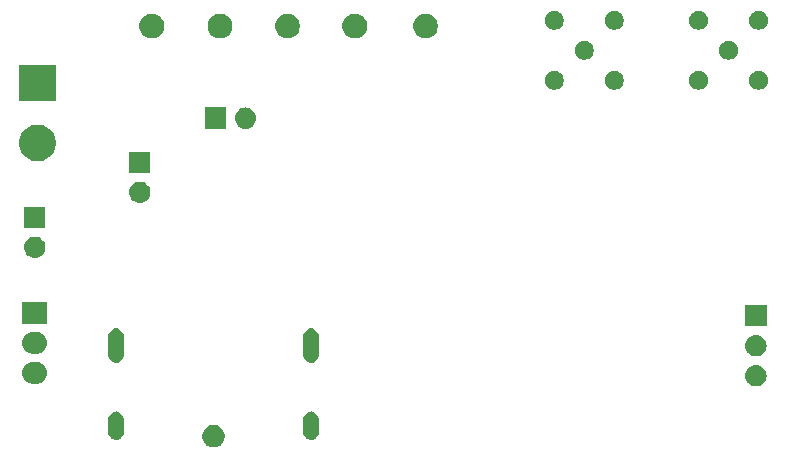
<source format=gbs>
G04 #@! TF.GenerationSoftware,KiCad,Pcbnew,(5.1.4-0-10_14)*
G04 #@! TF.CreationDate,2020-03-06T11:16:09+09:00*
G04 #@! TF.ProjectId,ReadoutBoard_v3_2,52656164-6f75-4744-926f-6172645f7633,rev?*
G04 #@! TF.SameCoordinates,Original*
G04 #@! TF.FileFunction,Soldermask,Bot*
G04 #@! TF.FilePolarity,Negative*
%FSLAX46Y46*%
G04 Gerber Fmt 4.6, Leading zero omitted, Abs format (unit mm)*
G04 Created by KiCad (PCBNEW (5.1.4-0-10_14)) date 2020-03-06 11:16:09*
%MOMM*%
%LPD*%
G04 APERTURE LIST*
%ADD10C,0.100000*%
G04 APERTURE END LIST*
D10*
G36*
X118920795Y-119795546D02*
G01*
X119093866Y-119867234D01*
X119093867Y-119867235D01*
X119249627Y-119971310D01*
X119382090Y-120103773D01*
X119382091Y-120103775D01*
X119486166Y-120259534D01*
X119557854Y-120432605D01*
X119594400Y-120616333D01*
X119594400Y-120803667D01*
X119557854Y-120987395D01*
X119486166Y-121160466D01*
X119486165Y-121160467D01*
X119382090Y-121316227D01*
X119249627Y-121448690D01*
X119171218Y-121501081D01*
X119093866Y-121552766D01*
X118920795Y-121624454D01*
X118737067Y-121661000D01*
X118549733Y-121661000D01*
X118366005Y-121624454D01*
X118192934Y-121552766D01*
X118115582Y-121501081D01*
X118037173Y-121448690D01*
X117904710Y-121316227D01*
X117800635Y-121160467D01*
X117800634Y-121160466D01*
X117728946Y-120987395D01*
X117692400Y-120803667D01*
X117692400Y-120616333D01*
X117728946Y-120432605D01*
X117800634Y-120259534D01*
X117904709Y-120103775D01*
X117904710Y-120103773D01*
X118037173Y-119971310D01*
X118192933Y-119867235D01*
X118192934Y-119867234D01*
X118366005Y-119795546D01*
X118549733Y-119759000D01*
X118737067Y-119759000D01*
X118920795Y-119795546D01*
X118920795Y-119795546D01*
G37*
G36*
X127031017Y-118618420D02*
G01*
X127121803Y-118645960D01*
X127153735Y-118655646D01*
X127266824Y-118716094D01*
X127365954Y-118797447D01*
X127447306Y-118896575D01*
X127507754Y-119009664D01*
X127517440Y-119041596D01*
X127544980Y-119132382D01*
X127554400Y-119228027D01*
X127554400Y-120391973D01*
X127544980Y-120487618D01*
X127517440Y-120578404D01*
X127507754Y-120610336D01*
X127447306Y-120723425D01*
X127365954Y-120822554D01*
X127266825Y-120903906D01*
X127153736Y-120964354D01*
X127121804Y-120974040D01*
X127031018Y-121001580D01*
X126903400Y-121014149D01*
X126775783Y-121001580D01*
X126684997Y-120974040D01*
X126653065Y-120964354D01*
X126539976Y-120903906D01*
X126440847Y-120822554D01*
X126359495Y-120723425D01*
X126299047Y-120610336D01*
X126289361Y-120578404D01*
X126261821Y-120487618D01*
X126252401Y-120391973D01*
X126252400Y-119228028D01*
X126261820Y-119132383D01*
X126299045Y-119009669D01*
X126299046Y-119009665D01*
X126359494Y-118896576D01*
X126440847Y-118797446D01*
X126539975Y-118716094D01*
X126653064Y-118655646D01*
X126684996Y-118645960D01*
X126775782Y-118618420D01*
X126903400Y-118605851D01*
X127031017Y-118618420D01*
X127031017Y-118618420D01*
G37*
G36*
X110521017Y-118618420D02*
G01*
X110611803Y-118645960D01*
X110643735Y-118655646D01*
X110756824Y-118716094D01*
X110855954Y-118797447D01*
X110937306Y-118896575D01*
X110997754Y-119009664D01*
X111007440Y-119041596D01*
X111034980Y-119132382D01*
X111044400Y-119228027D01*
X111044400Y-120391973D01*
X111034980Y-120487618D01*
X111007440Y-120578404D01*
X110997754Y-120610336D01*
X110937306Y-120723425D01*
X110855954Y-120822554D01*
X110756825Y-120903906D01*
X110643736Y-120964354D01*
X110611804Y-120974040D01*
X110521018Y-121001580D01*
X110393400Y-121014149D01*
X110265783Y-121001580D01*
X110174997Y-120974040D01*
X110143065Y-120964354D01*
X110029976Y-120903906D01*
X109930847Y-120822554D01*
X109849495Y-120723425D01*
X109789047Y-120610336D01*
X109779361Y-120578404D01*
X109751821Y-120487618D01*
X109742401Y-120391973D01*
X109742400Y-119228028D01*
X109751820Y-119132383D01*
X109789045Y-119009669D01*
X109789046Y-119009665D01*
X109849494Y-118896576D01*
X109930847Y-118797446D01*
X110029975Y-118716094D01*
X110143064Y-118655646D01*
X110174996Y-118645960D01*
X110265782Y-118618420D01*
X110393400Y-118605851D01*
X110521017Y-118618420D01*
X110521017Y-118618420D01*
G37*
G36*
X164677043Y-114700919D02*
G01*
X164743227Y-114707437D01*
X164913066Y-114758957D01*
X165069591Y-114842622D01*
X165105329Y-114871952D01*
X165206786Y-114955214D01*
X165290048Y-115056671D01*
X165319378Y-115092409D01*
X165403043Y-115248934D01*
X165454563Y-115418773D01*
X165471959Y-115595400D01*
X165454563Y-115772027D01*
X165403043Y-115941866D01*
X165319378Y-116098391D01*
X165290048Y-116134129D01*
X165206786Y-116235586D01*
X165105329Y-116318848D01*
X165069591Y-116348178D01*
X164913066Y-116431843D01*
X164743227Y-116483363D01*
X164677042Y-116489882D01*
X164610860Y-116496400D01*
X164522340Y-116496400D01*
X164456158Y-116489882D01*
X164389973Y-116483363D01*
X164220134Y-116431843D01*
X164063609Y-116348178D01*
X164027871Y-116318848D01*
X163926414Y-116235586D01*
X163843152Y-116134129D01*
X163813822Y-116098391D01*
X163730157Y-115941866D01*
X163678637Y-115772027D01*
X163661241Y-115595400D01*
X163678637Y-115418773D01*
X163730157Y-115248934D01*
X163813822Y-115092409D01*
X163843152Y-115056671D01*
X163926414Y-114955214D01*
X164027871Y-114871952D01*
X164063609Y-114842622D01*
X164220134Y-114758957D01*
X164389973Y-114707437D01*
X164456157Y-114700919D01*
X164522340Y-114694400D01*
X164610860Y-114694400D01*
X164677043Y-114700919D01*
X164677043Y-114700919D01*
G37*
G36*
X103815343Y-114436761D02*
G01*
X103834568Y-114438654D01*
X104007234Y-114491032D01*
X104166365Y-114576089D01*
X104305844Y-114690556D01*
X104420311Y-114830035D01*
X104505368Y-114989166D01*
X104505368Y-114989167D01*
X104536687Y-115092409D01*
X104557746Y-115161833D01*
X104575432Y-115341400D01*
X104557746Y-115520967D01*
X104505368Y-115693634D01*
X104420311Y-115852765D01*
X104305844Y-115992244D01*
X104166365Y-116106711D01*
X104007234Y-116191768D01*
X103920900Y-116217957D01*
X103834568Y-116244146D01*
X103815343Y-116246039D01*
X103699998Y-116257400D01*
X103310002Y-116257400D01*
X103194657Y-116246039D01*
X103175432Y-116244146D01*
X103089100Y-116217957D01*
X103002766Y-116191768D01*
X102843635Y-116106711D01*
X102704156Y-115992244D01*
X102589689Y-115852765D01*
X102504632Y-115693634D01*
X102452254Y-115520967D01*
X102434568Y-115341400D01*
X102452254Y-115161833D01*
X102473314Y-115092409D01*
X102504632Y-114989167D01*
X102504632Y-114989166D01*
X102589689Y-114830035D01*
X102704156Y-114690556D01*
X102843635Y-114576089D01*
X103002766Y-114491032D01*
X103175432Y-114438654D01*
X103194657Y-114436761D01*
X103310002Y-114425400D01*
X103699998Y-114425400D01*
X103815343Y-114436761D01*
X103815343Y-114436761D01*
G37*
G36*
X127031017Y-111588420D02*
G01*
X127121803Y-111615960D01*
X127153735Y-111625646D01*
X127266824Y-111686094D01*
X127365954Y-111767447D01*
X127447306Y-111866575D01*
X127507754Y-111979664D01*
X127517440Y-112011596D01*
X127544980Y-112102382D01*
X127554400Y-112198027D01*
X127554400Y-113861973D01*
X127544980Y-113957618D01*
X127517440Y-114048404D01*
X127507754Y-114080336D01*
X127447306Y-114193425D01*
X127365954Y-114292554D01*
X127266825Y-114373906D01*
X127153736Y-114434354D01*
X127121804Y-114444040D01*
X127031018Y-114471580D01*
X126903400Y-114484149D01*
X126775783Y-114471580D01*
X126684997Y-114444040D01*
X126653065Y-114434354D01*
X126539976Y-114373906D01*
X126440847Y-114292554D01*
X126359495Y-114193425D01*
X126299047Y-114080336D01*
X126289361Y-114048404D01*
X126261821Y-113957618D01*
X126252401Y-113861973D01*
X126252400Y-112198028D01*
X126261820Y-112102383D01*
X126299045Y-111979669D01*
X126299046Y-111979665D01*
X126359494Y-111866576D01*
X126440847Y-111767446D01*
X126539975Y-111686094D01*
X126653064Y-111625646D01*
X126684996Y-111615960D01*
X126775782Y-111588420D01*
X126903400Y-111575851D01*
X127031017Y-111588420D01*
X127031017Y-111588420D01*
G37*
G36*
X110521017Y-111588420D02*
G01*
X110611803Y-111615960D01*
X110643735Y-111625646D01*
X110756824Y-111686094D01*
X110855954Y-111767447D01*
X110937306Y-111866575D01*
X110997754Y-111979664D01*
X111007440Y-112011596D01*
X111034980Y-112102382D01*
X111044400Y-112198027D01*
X111044400Y-113861973D01*
X111034980Y-113957618D01*
X111007440Y-114048404D01*
X110997754Y-114080336D01*
X110937306Y-114193425D01*
X110855954Y-114292554D01*
X110756825Y-114373906D01*
X110643736Y-114434354D01*
X110611804Y-114444040D01*
X110521018Y-114471580D01*
X110393400Y-114484149D01*
X110265783Y-114471580D01*
X110174997Y-114444040D01*
X110143065Y-114434354D01*
X110029976Y-114373906D01*
X109930847Y-114292554D01*
X109849495Y-114193425D01*
X109789047Y-114080336D01*
X109779361Y-114048404D01*
X109751821Y-113957618D01*
X109742401Y-113861973D01*
X109742400Y-112198028D01*
X109751820Y-112102383D01*
X109789045Y-111979669D01*
X109789046Y-111979665D01*
X109849494Y-111866576D01*
X109930847Y-111767446D01*
X110029975Y-111686094D01*
X110143064Y-111625646D01*
X110174996Y-111615960D01*
X110265782Y-111588420D01*
X110393400Y-111575851D01*
X110521017Y-111588420D01*
X110521017Y-111588420D01*
G37*
G36*
X164677043Y-112160919D02*
G01*
X164743227Y-112167437D01*
X164913066Y-112218957D01*
X165069591Y-112302622D01*
X165105329Y-112331952D01*
X165206786Y-112415214D01*
X165290048Y-112516671D01*
X165319378Y-112552409D01*
X165403043Y-112708934D01*
X165454563Y-112878773D01*
X165471959Y-113055400D01*
X165454563Y-113232027D01*
X165403043Y-113401866D01*
X165319378Y-113558391D01*
X165290048Y-113594129D01*
X165206786Y-113695586D01*
X165105329Y-113778848D01*
X165069591Y-113808178D01*
X164913066Y-113891843D01*
X164743227Y-113943363D01*
X164677043Y-113949881D01*
X164610860Y-113956400D01*
X164522340Y-113956400D01*
X164456157Y-113949881D01*
X164389973Y-113943363D01*
X164220134Y-113891843D01*
X164063609Y-113808178D01*
X164027871Y-113778848D01*
X163926414Y-113695586D01*
X163843152Y-113594129D01*
X163813822Y-113558391D01*
X163730157Y-113401866D01*
X163678637Y-113232027D01*
X163661241Y-113055400D01*
X163678637Y-112878773D01*
X163730157Y-112708934D01*
X163813822Y-112552409D01*
X163843152Y-112516671D01*
X163926414Y-112415214D01*
X164027871Y-112331952D01*
X164063609Y-112302622D01*
X164220134Y-112218957D01*
X164389973Y-112167437D01*
X164456157Y-112160919D01*
X164522340Y-112154400D01*
X164610860Y-112154400D01*
X164677043Y-112160919D01*
X164677043Y-112160919D01*
G37*
G36*
X103815343Y-111896761D02*
G01*
X103834568Y-111898654D01*
X104007234Y-111951032D01*
X104166365Y-112036089D01*
X104305844Y-112150556D01*
X104420311Y-112290035D01*
X104505368Y-112449166D01*
X104505368Y-112449167D01*
X104536687Y-112552409D01*
X104557746Y-112621833D01*
X104575432Y-112801400D01*
X104557746Y-112980967D01*
X104505368Y-113153634D01*
X104420311Y-113312765D01*
X104305844Y-113452244D01*
X104166365Y-113566711D01*
X104007234Y-113651768D01*
X103920900Y-113677957D01*
X103834568Y-113704146D01*
X103815343Y-113706039D01*
X103699998Y-113717400D01*
X103310002Y-113717400D01*
X103194657Y-113706039D01*
X103175432Y-113704146D01*
X103089100Y-113677957D01*
X103002766Y-113651768D01*
X102843635Y-113566711D01*
X102704156Y-113452244D01*
X102589689Y-113312765D01*
X102504632Y-113153634D01*
X102452254Y-112980967D01*
X102434568Y-112801400D01*
X102452254Y-112621833D01*
X102473314Y-112552409D01*
X102504632Y-112449167D01*
X102504632Y-112449166D01*
X102589689Y-112290035D01*
X102704156Y-112150556D01*
X102843635Y-112036089D01*
X103002766Y-111951032D01*
X103175432Y-111898654D01*
X103194657Y-111896761D01*
X103310002Y-111885400D01*
X103699998Y-111885400D01*
X103815343Y-111896761D01*
X103815343Y-111896761D01*
G37*
G36*
X165467600Y-111416400D02*
G01*
X163665600Y-111416400D01*
X163665600Y-109614400D01*
X165467600Y-109614400D01*
X165467600Y-111416400D01*
X165467600Y-111416400D01*
G37*
G36*
X104571000Y-111177400D02*
G01*
X102439000Y-111177400D01*
X102439000Y-109345400D01*
X104571000Y-109345400D01*
X104571000Y-111177400D01*
X104571000Y-111177400D01*
G37*
G36*
X103615443Y-103817019D02*
G01*
X103681627Y-103823537D01*
X103851466Y-103875057D01*
X104007991Y-103958722D01*
X104043729Y-103988052D01*
X104145186Y-104071314D01*
X104228448Y-104172771D01*
X104257778Y-104208509D01*
X104341443Y-104365034D01*
X104392963Y-104534873D01*
X104410359Y-104711500D01*
X104392963Y-104888127D01*
X104341443Y-105057966D01*
X104257778Y-105214491D01*
X104228448Y-105250229D01*
X104145186Y-105351686D01*
X104043729Y-105434948D01*
X104007991Y-105464278D01*
X103851466Y-105547943D01*
X103681627Y-105599463D01*
X103615443Y-105605981D01*
X103549260Y-105612500D01*
X103460740Y-105612500D01*
X103394557Y-105605981D01*
X103328373Y-105599463D01*
X103158534Y-105547943D01*
X103002009Y-105464278D01*
X102966271Y-105434948D01*
X102864814Y-105351686D01*
X102781552Y-105250229D01*
X102752222Y-105214491D01*
X102668557Y-105057966D01*
X102617037Y-104888127D01*
X102599641Y-104711500D01*
X102617037Y-104534873D01*
X102668557Y-104365034D01*
X102752222Y-104208509D01*
X102781552Y-104172771D01*
X102864814Y-104071314D01*
X102966271Y-103988052D01*
X103002009Y-103958722D01*
X103158534Y-103875057D01*
X103328373Y-103823537D01*
X103394558Y-103817018D01*
X103460740Y-103810500D01*
X103549260Y-103810500D01*
X103615443Y-103817019D01*
X103615443Y-103817019D01*
G37*
G36*
X104406000Y-103072500D02*
G01*
X102604000Y-103072500D01*
X102604000Y-101270500D01*
X104406000Y-101270500D01*
X104406000Y-103072500D01*
X104406000Y-103072500D01*
G37*
G36*
X112505442Y-99168818D02*
G01*
X112571627Y-99175337D01*
X112741466Y-99226857D01*
X112897991Y-99310522D01*
X112933729Y-99339852D01*
X113035186Y-99423114D01*
X113118448Y-99524571D01*
X113147778Y-99560309D01*
X113231443Y-99716834D01*
X113282963Y-99886673D01*
X113300359Y-100063300D01*
X113282963Y-100239927D01*
X113231443Y-100409766D01*
X113147778Y-100566291D01*
X113118448Y-100602029D01*
X113035186Y-100703486D01*
X112933729Y-100786748D01*
X112897991Y-100816078D01*
X112741466Y-100899743D01*
X112571627Y-100951263D01*
X112505443Y-100957781D01*
X112439260Y-100964300D01*
X112350740Y-100964300D01*
X112284557Y-100957781D01*
X112218373Y-100951263D01*
X112048534Y-100899743D01*
X111892009Y-100816078D01*
X111856271Y-100786748D01*
X111754814Y-100703486D01*
X111671552Y-100602029D01*
X111642222Y-100566291D01*
X111558557Y-100409766D01*
X111507037Y-100239927D01*
X111489641Y-100063300D01*
X111507037Y-99886673D01*
X111558557Y-99716834D01*
X111642222Y-99560309D01*
X111671552Y-99524571D01*
X111754814Y-99423114D01*
X111856271Y-99339852D01*
X111892009Y-99310522D01*
X112048534Y-99226857D01*
X112218373Y-99175337D01*
X112284557Y-99168819D01*
X112350740Y-99162300D01*
X112439260Y-99162300D01*
X112505442Y-99168818D01*
X112505442Y-99168818D01*
G37*
G36*
X113296000Y-98424300D02*
G01*
X111494000Y-98424300D01*
X111494000Y-96622300D01*
X113296000Y-96622300D01*
X113296000Y-98424300D01*
X113296000Y-98424300D01*
G37*
G36*
X104061585Y-94363802D02*
G01*
X104211410Y-94393604D01*
X104493674Y-94510521D01*
X104747705Y-94680259D01*
X104963741Y-94896295D01*
X105133479Y-95150326D01*
X105250396Y-95432590D01*
X105310000Y-95732240D01*
X105310000Y-96037760D01*
X105250396Y-96337410D01*
X105133479Y-96619674D01*
X104963741Y-96873705D01*
X104747705Y-97089741D01*
X104493674Y-97259479D01*
X104211410Y-97376396D01*
X104061585Y-97406198D01*
X103911761Y-97436000D01*
X103606239Y-97436000D01*
X103456415Y-97406198D01*
X103306590Y-97376396D01*
X103024326Y-97259479D01*
X102770295Y-97089741D01*
X102554259Y-96873705D01*
X102384521Y-96619674D01*
X102267604Y-96337410D01*
X102208000Y-96037760D01*
X102208000Y-95732240D01*
X102267604Y-95432590D01*
X102384521Y-95150326D01*
X102554259Y-94896295D01*
X102770295Y-94680259D01*
X103024326Y-94510521D01*
X103306590Y-94393604D01*
X103456415Y-94363802D01*
X103606239Y-94334000D01*
X103911761Y-94334000D01*
X104061585Y-94363802D01*
X104061585Y-94363802D01*
G37*
G36*
X121458942Y-92882318D02*
G01*
X121525127Y-92888837D01*
X121694966Y-92940357D01*
X121851491Y-93024022D01*
X121887229Y-93053352D01*
X121988686Y-93136614D01*
X122071948Y-93238071D01*
X122101278Y-93273809D01*
X122184943Y-93430334D01*
X122236463Y-93600173D01*
X122253859Y-93776800D01*
X122236463Y-93953427D01*
X122184943Y-94123266D01*
X122101278Y-94279791D01*
X122071948Y-94315529D01*
X121988686Y-94416986D01*
X121887229Y-94500248D01*
X121851491Y-94529578D01*
X121694966Y-94613243D01*
X121525127Y-94664763D01*
X121458943Y-94671281D01*
X121392760Y-94677800D01*
X121304240Y-94677800D01*
X121238057Y-94671281D01*
X121171873Y-94664763D01*
X121002034Y-94613243D01*
X120845509Y-94529578D01*
X120809771Y-94500248D01*
X120708314Y-94416986D01*
X120625052Y-94315529D01*
X120595722Y-94279791D01*
X120512057Y-94123266D01*
X120460537Y-93953427D01*
X120443141Y-93776800D01*
X120460537Y-93600173D01*
X120512057Y-93430334D01*
X120595722Y-93273809D01*
X120625052Y-93238071D01*
X120708314Y-93136614D01*
X120809771Y-93053352D01*
X120845509Y-93024022D01*
X121002034Y-92940357D01*
X121171873Y-92888837D01*
X121238058Y-92882318D01*
X121304240Y-92875800D01*
X121392760Y-92875800D01*
X121458942Y-92882318D01*
X121458942Y-92882318D01*
G37*
G36*
X119709500Y-94677800D02*
G01*
X117907500Y-94677800D01*
X117907500Y-92875800D01*
X119709500Y-92875800D01*
X119709500Y-94677800D01*
X119709500Y-94677800D01*
G37*
G36*
X105310000Y-92356000D02*
G01*
X102208000Y-92356000D01*
X102208000Y-89254000D01*
X105310000Y-89254000D01*
X105310000Y-92356000D01*
X105310000Y-92356000D01*
G37*
G36*
X159948842Y-89806181D02*
G01*
X160094614Y-89866562D01*
X160094616Y-89866563D01*
X160225808Y-89954222D01*
X160337378Y-90065792D01*
X160425037Y-90196984D01*
X160425038Y-90196986D01*
X160485419Y-90342758D01*
X160516200Y-90497507D01*
X160516200Y-90655293D01*
X160485419Y-90810042D01*
X160425038Y-90955814D01*
X160425037Y-90955816D01*
X160337378Y-91087008D01*
X160225808Y-91198578D01*
X160094616Y-91286237D01*
X160094615Y-91286238D01*
X160094614Y-91286238D01*
X159948842Y-91346619D01*
X159794093Y-91377400D01*
X159636307Y-91377400D01*
X159481558Y-91346619D01*
X159335786Y-91286238D01*
X159335785Y-91286238D01*
X159335784Y-91286237D01*
X159204592Y-91198578D01*
X159093022Y-91087008D01*
X159005363Y-90955816D01*
X159005362Y-90955814D01*
X158944981Y-90810042D01*
X158914200Y-90655293D01*
X158914200Y-90497507D01*
X158944981Y-90342758D01*
X159005362Y-90196986D01*
X159005363Y-90196984D01*
X159093022Y-90065792D01*
X159204592Y-89954222D01*
X159335784Y-89866563D01*
X159335786Y-89866562D01*
X159481558Y-89806181D01*
X159636307Y-89775400D01*
X159794093Y-89775400D01*
X159948842Y-89806181D01*
X159948842Y-89806181D01*
G37*
G36*
X147731442Y-89806181D02*
G01*
X147877214Y-89866562D01*
X147877216Y-89866563D01*
X148008408Y-89954222D01*
X148119978Y-90065792D01*
X148207637Y-90196984D01*
X148207638Y-90196986D01*
X148268019Y-90342758D01*
X148298800Y-90497507D01*
X148298800Y-90655293D01*
X148268019Y-90810042D01*
X148207638Y-90955814D01*
X148207637Y-90955816D01*
X148119978Y-91087008D01*
X148008408Y-91198578D01*
X147877216Y-91286237D01*
X147877215Y-91286238D01*
X147877214Y-91286238D01*
X147731442Y-91346619D01*
X147576693Y-91377400D01*
X147418907Y-91377400D01*
X147264158Y-91346619D01*
X147118386Y-91286238D01*
X147118385Y-91286238D01*
X147118384Y-91286237D01*
X146987192Y-91198578D01*
X146875622Y-91087008D01*
X146787963Y-90955816D01*
X146787962Y-90955814D01*
X146727581Y-90810042D01*
X146696800Y-90655293D01*
X146696800Y-90497507D01*
X146727581Y-90342758D01*
X146787962Y-90196986D01*
X146787963Y-90196984D01*
X146875622Y-90065792D01*
X146987192Y-89954222D01*
X147118384Y-89866563D01*
X147118386Y-89866562D01*
X147264158Y-89806181D01*
X147418907Y-89775400D01*
X147576693Y-89775400D01*
X147731442Y-89806181D01*
X147731442Y-89806181D01*
G37*
G36*
X152811442Y-89806181D02*
G01*
X152957214Y-89866562D01*
X152957216Y-89866563D01*
X153088408Y-89954222D01*
X153199978Y-90065792D01*
X153287637Y-90196984D01*
X153287638Y-90196986D01*
X153348019Y-90342758D01*
X153378800Y-90497507D01*
X153378800Y-90655293D01*
X153348019Y-90810042D01*
X153287638Y-90955814D01*
X153287637Y-90955816D01*
X153199978Y-91087008D01*
X153088408Y-91198578D01*
X152957216Y-91286237D01*
X152957215Y-91286238D01*
X152957214Y-91286238D01*
X152811442Y-91346619D01*
X152656693Y-91377400D01*
X152498907Y-91377400D01*
X152344158Y-91346619D01*
X152198386Y-91286238D01*
X152198385Y-91286238D01*
X152198384Y-91286237D01*
X152067192Y-91198578D01*
X151955622Y-91087008D01*
X151867963Y-90955816D01*
X151867962Y-90955814D01*
X151807581Y-90810042D01*
X151776800Y-90655293D01*
X151776800Y-90497507D01*
X151807581Y-90342758D01*
X151867962Y-90196986D01*
X151867963Y-90196984D01*
X151955622Y-90065792D01*
X152067192Y-89954222D01*
X152198384Y-89866563D01*
X152198386Y-89866562D01*
X152344158Y-89806181D01*
X152498907Y-89775400D01*
X152656693Y-89775400D01*
X152811442Y-89806181D01*
X152811442Y-89806181D01*
G37*
G36*
X165028842Y-89806181D02*
G01*
X165174614Y-89866562D01*
X165174616Y-89866563D01*
X165305808Y-89954222D01*
X165417378Y-90065792D01*
X165505037Y-90196984D01*
X165505038Y-90196986D01*
X165565419Y-90342758D01*
X165596200Y-90497507D01*
X165596200Y-90655293D01*
X165565419Y-90810042D01*
X165505038Y-90955814D01*
X165505037Y-90955816D01*
X165417378Y-91087008D01*
X165305808Y-91198578D01*
X165174616Y-91286237D01*
X165174615Y-91286238D01*
X165174614Y-91286238D01*
X165028842Y-91346619D01*
X164874093Y-91377400D01*
X164716307Y-91377400D01*
X164561558Y-91346619D01*
X164415786Y-91286238D01*
X164415785Y-91286238D01*
X164415784Y-91286237D01*
X164284592Y-91198578D01*
X164173022Y-91087008D01*
X164085363Y-90955816D01*
X164085362Y-90955814D01*
X164024981Y-90810042D01*
X163994200Y-90655293D01*
X163994200Y-90497507D01*
X164024981Y-90342758D01*
X164085362Y-90196986D01*
X164085363Y-90196984D01*
X164173022Y-90065792D01*
X164284592Y-89954222D01*
X164415784Y-89866563D01*
X164415786Y-89866562D01*
X164561558Y-89806181D01*
X164716307Y-89775400D01*
X164874093Y-89775400D01*
X165028842Y-89806181D01*
X165028842Y-89806181D01*
G37*
G36*
X150271442Y-87266181D02*
G01*
X150417214Y-87326562D01*
X150417216Y-87326563D01*
X150548408Y-87414222D01*
X150659978Y-87525792D01*
X150747637Y-87656984D01*
X150747638Y-87656986D01*
X150808019Y-87802758D01*
X150838800Y-87957507D01*
X150838800Y-88115293D01*
X150808019Y-88270042D01*
X150747638Y-88415814D01*
X150747637Y-88415816D01*
X150659978Y-88547008D01*
X150548408Y-88658578D01*
X150417216Y-88746237D01*
X150417215Y-88746238D01*
X150417214Y-88746238D01*
X150271442Y-88806619D01*
X150116693Y-88837400D01*
X149958907Y-88837400D01*
X149804158Y-88806619D01*
X149658386Y-88746238D01*
X149658385Y-88746238D01*
X149658384Y-88746237D01*
X149527192Y-88658578D01*
X149415622Y-88547008D01*
X149327963Y-88415816D01*
X149327962Y-88415814D01*
X149267581Y-88270042D01*
X149236800Y-88115293D01*
X149236800Y-87957507D01*
X149267581Y-87802758D01*
X149327962Y-87656986D01*
X149327963Y-87656984D01*
X149415622Y-87525792D01*
X149527192Y-87414222D01*
X149658384Y-87326563D01*
X149658386Y-87326562D01*
X149804158Y-87266181D01*
X149958907Y-87235400D01*
X150116693Y-87235400D01*
X150271442Y-87266181D01*
X150271442Y-87266181D01*
G37*
G36*
X162488842Y-87266181D02*
G01*
X162634614Y-87326562D01*
X162634616Y-87326563D01*
X162765808Y-87414222D01*
X162877378Y-87525792D01*
X162965037Y-87656984D01*
X162965038Y-87656986D01*
X163025419Y-87802758D01*
X163056200Y-87957507D01*
X163056200Y-88115293D01*
X163025419Y-88270042D01*
X162965038Y-88415814D01*
X162965037Y-88415816D01*
X162877378Y-88547008D01*
X162765808Y-88658578D01*
X162634616Y-88746237D01*
X162634615Y-88746238D01*
X162634614Y-88746238D01*
X162488842Y-88806619D01*
X162334093Y-88837400D01*
X162176307Y-88837400D01*
X162021558Y-88806619D01*
X161875786Y-88746238D01*
X161875785Y-88746238D01*
X161875784Y-88746237D01*
X161744592Y-88658578D01*
X161633022Y-88547008D01*
X161545363Y-88415816D01*
X161545362Y-88415814D01*
X161484981Y-88270042D01*
X161454200Y-88115293D01*
X161454200Y-87957507D01*
X161484981Y-87802758D01*
X161545362Y-87656986D01*
X161545363Y-87656984D01*
X161633022Y-87525792D01*
X161744592Y-87414222D01*
X161875784Y-87326563D01*
X161875786Y-87326562D01*
X162021558Y-87266181D01*
X162176307Y-87235400D01*
X162334093Y-87235400D01*
X162488842Y-87266181D01*
X162488842Y-87266181D01*
G37*
G36*
X113717564Y-84968389D02*
G01*
X113908833Y-85047615D01*
X113908835Y-85047616D01*
X114012651Y-85116984D01*
X114080973Y-85162635D01*
X114227365Y-85309027D01*
X114342385Y-85481167D01*
X114421611Y-85672436D01*
X114462000Y-85875484D01*
X114462000Y-86082516D01*
X114421611Y-86285564D01*
X114416708Y-86297400D01*
X114342384Y-86476835D01*
X114227365Y-86648973D01*
X114080973Y-86795365D01*
X113908835Y-86910384D01*
X113908834Y-86910385D01*
X113908833Y-86910385D01*
X113717564Y-86989611D01*
X113514516Y-87030000D01*
X113307484Y-87030000D01*
X113104436Y-86989611D01*
X112913167Y-86910385D01*
X112913166Y-86910385D01*
X112913165Y-86910384D01*
X112741027Y-86795365D01*
X112594635Y-86648973D01*
X112479616Y-86476835D01*
X112405292Y-86297400D01*
X112400389Y-86285564D01*
X112360000Y-86082516D01*
X112360000Y-85875484D01*
X112400389Y-85672436D01*
X112479615Y-85481167D01*
X112594635Y-85309027D01*
X112741027Y-85162635D01*
X112809349Y-85116984D01*
X112913165Y-85047616D01*
X112913167Y-85047615D01*
X113104436Y-84968389D01*
X113307484Y-84928000D01*
X113514516Y-84928000D01*
X113717564Y-84968389D01*
X113717564Y-84968389D01*
G37*
G36*
X119508764Y-84968389D02*
G01*
X119700033Y-85047615D01*
X119700035Y-85047616D01*
X119803851Y-85116984D01*
X119872173Y-85162635D01*
X120018565Y-85309027D01*
X120133585Y-85481167D01*
X120212811Y-85672436D01*
X120253200Y-85875484D01*
X120253200Y-86082516D01*
X120212811Y-86285564D01*
X120207908Y-86297400D01*
X120133584Y-86476835D01*
X120018565Y-86648973D01*
X119872173Y-86795365D01*
X119700035Y-86910384D01*
X119700034Y-86910385D01*
X119700033Y-86910385D01*
X119508764Y-86989611D01*
X119305716Y-87030000D01*
X119098684Y-87030000D01*
X118895636Y-86989611D01*
X118704367Y-86910385D01*
X118704366Y-86910385D01*
X118704365Y-86910384D01*
X118532227Y-86795365D01*
X118385835Y-86648973D01*
X118270816Y-86476835D01*
X118196492Y-86297400D01*
X118191589Y-86285564D01*
X118151200Y-86082516D01*
X118151200Y-85875484D01*
X118191589Y-85672436D01*
X118270815Y-85481167D01*
X118385835Y-85309027D01*
X118532227Y-85162635D01*
X118600549Y-85116984D01*
X118704365Y-85047616D01*
X118704367Y-85047615D01*
X118895636Y-84968389D01*
X119098684Y-84928000D01*
X119305716Y-84928000D01*
X119508764Y-84968389D01*
X119508764Y-84968389D01*
G37*
G36*
X136907764Y-84968389D02*
G01*
X137099033Y-85047615D01*
X137099035Y-85047616D01*
X137202851Y-85116984D01*
X137271173Y-85162635D01*
X137417565Y-85309027D01*
X137532585Y-85481167D01*
X137611811Y-85672436D01*
X137652200Y-85875484D01*
X137652200Y-86082516D01*
X137611811Y-86285564D01*
X137606908Y-86297400D01*
X137532584Y-86476835D01*
X137417565Y-86648973D01*
X137271173Y-86795365D01*
X137099035Y-86910384D01*
X137099034Y-86910385D01*
X137099033Y-86910385D01*
X136907764Y-86989611D01*
X136704716Y-87030000D01*
X136497684Y-87030000D01*
X136294636Y-86989611D01*
X136103367Y-86910385D01*
X136103366Y-86910385D01*
X136103365Y-86910384D01*
X135931227Y-86795365D01*
X135784835Y-86648973D01*
X135669816Y-86476835D01*
X135595492Y-86297400D01*
X135590589Y-86285564D01*
X135550200Y-86082516D01*
X135550200Y-85875484D01*
X135590589Y-85672436D01*
X135669815Y-85481167D01*
X135784835Y-85309027D01*
X135931227Y-85162635D01*
X135999549Y-85116984D01*
X136103365Y-85047616D01*
X136103367Y-85047615D01*
X136294636Y-84968389D01*
X136497684Y-84928000D01*
X136704716Y-84928000D01*
X136907764Y-84968389D01*
X136907764Y-84968389D01*
G37*
G36*
X130913364Y-84968389D02*
G01*
X131104633Y-85047615D01*
X131104635Y-85047616D01*
X131208451Y-85116984D01*
X131276773Y-85162635D01*
X131423165Y-85309027D01*
X131538185Y-85481167D01*
X131617411Y-85672436D01*
X131657800Y-85875484D01*
X131657800Y-86082516D01*
X131617411Y-86285564D01*
X131612508Y-86297400D01*
X131538184Y-86476835D01*
X131423165Y-86648973D01*
X131276773Y-86795365D01*
X131104635Y-86910384D01*
X131104634Y-86910385D01*
X131104633Y-86910385D01*
X130913364Y-86989611D01*
X130710316Y-87030000D01*
X130503284Y-87030000D01*
X130300236Y-86989611D01*
X130108967Y-86910385D01*
X130108966Y-86910385D01*
X130108965Y-86910384D01*
X129936827Y-86795365D01*
X129790435Y-86648973D01*
X129675416Y-86476835D01*
X129601092Y-86297400D01*
X129596189Y-86285564D01*
X129555800Y-86082516D01*
X129555800Y-85875484D01*
X129596189Y-85672436D01*
X129675415Y-85481167D01*
X129790435Y-85309027D01*
X129936827Y-85162635D01*
X130005149Y-85116984D01*
X130108965Y-85047616D01*
X130108967Y-85047615D01*
X130300236Y-84968389D01*
X130503284Y-84928000D01*
X130710316Y-84928000D01*
X130913364Y-84968389D01*
X130913364Y-84968389D01*
G37*
G36*
X125223764Y-84968389D02*
G01*
X125415033Y-85047615D01*
X125415035Y-85047616D01*
X125518851Y-85116984D01*
X125587173Y-85162635D01*
X125733565Y-85309027D01*
X125848585Y-85481167D01*
X125927811Y-85672436D01*
X125968200Y-85875484D01*
X125968200Y-86082516D01*
X125927811Y-86285564D01*
X125922908Y-86297400D01*
X125848584Y-86476835D01*
X125733565Y-86648973D01*
X125587173Y-86795365D01*
X125415035Y-86910384D01*
X125415034Y-86910385D01*
X125415033Y-86910385D01*
X125223764Y-86989611D01*
X125020716Y-87030000D01*
X124813684Y-87030000D01*
X124610636Y-86989611D01*
X124419367Y-86910385D01*
X124419366Y-86910385D01*
X124419365Y-86910384D01*
X124247227Y-86795365D01*
X124100835Y-86648973D01*
X123985816Y-86476835D01*
X123911492Y-86297400D01*
X123906589Y-86285564D01*
X123866200Y-86082516D01*
X123866200Y-85875484D01*
X123906589Y-85672436D01*
X123985815Y-85481167D01*
X124100835Y-85309027D01*
X124247227Y-85162635D01*
X124315549Y-85116984D01*
X124419365Y-85047616D01*
X124419367Y-85047615D01*
X124610636Y-84968389D01*
X124813684Y-84928000D01*
X125020716Y-84928000D01*
X125223764Y-84968389D01*
X125223764Y-84968389D01*
G37*
G36*
X159948842Y-84726181D02*
G01*
X160094614Y-84786562D01*
X160094616Y-84786563D01*
X160225808Y-84874222D01*
X160337378Y-84985792D01*
X160378686Y-85047615D01*
X160425038Y-85116986D01*
X160485419Y-85262758D01*
X160516200Y-85417507D01*
X160516200Y-85575293D01*
X160485419Y-85730042D01*
X160425175Y-85875484D01*
X160425037Y-85875816D01*
X160337378Y-86007008D01*
X160225808Y-86118578D01*
X160094616Y-86206237D01*
X160094615Y-86206238D01*
X160094614Y-86206238D01*
X159948842Y-86266619D01*
X159794093Y-86297400D01*
X159636307Y-86297400D01*
X159481558Y-86266619D01*
X159335786Y-86206238D01*
X159335785Y-86206238D01*
X159335784Y-86206237D01*
X159204592Y-86118578D01*
X159093022Y-86007008D01*
X159005363Y-85875816D01*
X159005225Y-85875484D01*
X158944981Y-85730042D01*
X158914200Y-85575293D01*
X158914200Y-85417507D01*
X158944981Y-85262758D01*
X159005362Y-85116986D01*
X159051714Y-85047615D01*
X159093022Y-84985792D01*
X159204592Y-84874222D01*
X159335784Y-84786563D01*
X159335786Y-84786562D01*
X159481558Y-84726181D01*
X159636307Y-84695400D01*
X159794093Y-84695400D01*
X159948842Y-84726181D01*
X159948842Y-84726181D01*
G37*
G36*
X165028842Y-84726181D02*
G01*
X165174614Y-84786562D01*
X165174616Y-84786563D01*
X165305808Y-84874222D01*
X165417378Y-84985792D01*
X165458686Y-85047615D01*
X165505038Y-85116986D01*
X165565419Y-85262758D01*
X165596200Y-85417507D01*
X165596200Y-85575293D01*
X165565419Y-85730042D01*
X165505175Y-85875484D01*
X165505037Y-85875816D01*
X165417378Y-86007008D01*
X165305808Y-86118578D01*
X165174616Y-86206237D01*
X165174615Y-86206238D01*
X165174614Y-86206238D01*
X165028842Y-86266619D01*
X164874093Y-86297400D01*
X164716307Y-86297400D01*
X164561558Y-86266619D01*
X164415786Y-86206238D01*
X164415785Y-86206238D01*
X164415784Y-86206237D01*
X164284592Y-86118578D01*
X164173022Y-86007008D01*
X164085363Y-85875816D01*
X164085225Y-85875484D01*
X164024981Y-85730042D01*
X163994200Y-85575293D01*
X163994200Y-85417507D01*
X164024981Y-85262758D01*
X164085362Y-85116986D01*
X164131714Y-85047615D01*
X164173022Y-84985792D01*
X164284592Y-84874222D01*
X164415784Y-84786563D01*
X164415786Y-84786562D01*
X164561558Y-84726181D01*
X164716307Y-84695400D01*
X164874093Y-84695400D01*
X165028842Y-84726181D01*
X165028842Y-84726181D01*
G37*
G36*
X152811442Y-84726181D02*
G01*
X152957214Y-84786562D01*
X152957216Y-84786563D01*
X153088408Y-84874222D01*
X153199978Y-84985792D01*
X153241286Y-85047615D01*
X153287638Y-85116986D01*
X153348019Y-85262758D01*
X153378800Y-85417507D01*
X153378800Y-85575293D01*
X153348019Y-85730042D01*
X153287775Y-85875484D01*
X153287637Y-85875816D01*
X153199978Y-86007008D01*
X153088408Y-86118578D01*
X152957216Y-86206237D01*
X152957215Y-86206238D01*
X152957214Y-86206238D01*
X152811442Y-86266619D01*
X152656693Y-86297400D01*
X152498907Y-86297400D01*
X152344158Y-86266619D01*
X152198386Y-86206238D01*
X152198385Y-86206238D01*
X152198384Y-86206237D01*
X152067192Y-86118578D01*
X151955622Y-86007008D01*
X151867963Y-85875816D01*
X151867825Y-85875484D01*
X151807581Y-85730042D01*
X151776800Y-85575293D01*
X151776800Y-85417507D01*
X151807581Y-85262758D01*
X151867962Y-85116986D01*
X151914314Y-85047615D01*
X151955622Y-84985792D01*
X152067192Y-84874222D01*
X152198384Y-84786563D01*
X152198386Y-84786562D01*
X152344158Y-84726181D01*
X152498907Y-84695400D01*
X152656693Y-84695400D01*
X152811442Y-84726181D01*
X152811442Y-84726181D01*
G37*
G36*
X147731442Y-84726181D02*
G01*
X147877214Y-84786562D01*
X147877216Y-84786563D01*
X148008408Y-84874222D01*
X148119978Y-84985792D01*
X148161286Y-85047615D01*
X148207638Y-85116986D01*
X148268019Y-85262758D01*
X148298800Y-85417507D01*
X148298800Y-85575293D01*
X148268019Y-85730042D01*
X148207775Y-85875484D01*
X148207637Y-85875816D01*
X148119978Y-86007008D01*
X148008408Y-86118578D01*
X147877216Y-86206237D01*
X147877215Y-86206238D01*
X147877214Y-86206238D01*
X147731442Y-86266619D01*
X147576693Y-86297400D01*
X147418907Y-86297400D01*
X147264158Y-86266619D01*
X147118386Y-86206238D01*
X147118385Y-86206238D01*
X147118384Y-86206237D01*
X146987192Y-86118578D01*
X146875622Y-86007008D01*
X146787963Y-85875816D01*
X146787825Y-85875484D01*
X146727581Y-85730042D01*
X146696800Y-85575293D01*
X146696800Y-85417507D01*
X146727581Y-85262758D01*
X146787962Y-85116986D01*
X146834314Y-85047615D01*
X146875622Y-84985792D01*
X146987192Y-84874222D01*
X147118384Y-84786563D01*
X147118386Y-84786562D01*
X147264158Y-84726181D01*
X147418907Y-84695400D01*
X147576693Y-84695400D01*
X147731442Y-84726181D01*
X147731442Y-84726181D01*
G37*
M02*

</source>
